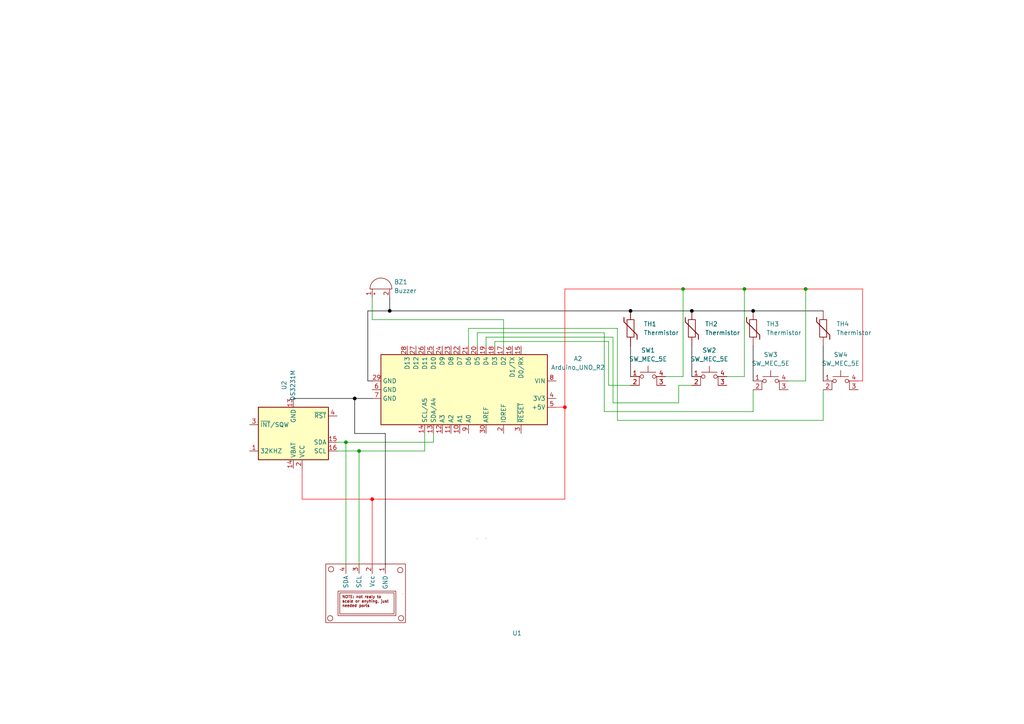
<source format=kicad_sch>
(kicad_sch (version 20230121) (generator eeschema)
  (paper "A4")
  (lib_symbols
    (symbol "Device:Buzzer" (pin_names (offset 0.0254) hide)
      (property "Reference" "BZ" (at 3.81 1.27 0))
      (property "Value" "Buzzer" (at 3.81 -1.27 0))
      (symbol "Buzzer_0_1"
        (arc (start 0 -3.175) (mid 3.1612 0) (end 0 3.175))
        (polyline (pts (xy -1.651 1.905) (xy -1.143 1.905)))
        (polyline (pts (xy -1.397 2.159) (xy -1.397 1.651)))
        (polyline (pts (xy 0 3.175) (xy 0 -3.175)))
      )
      (symbol "Buzzer_1_1"
        (pin passive line (at -2.54 2.54 0) (length 2.54) (name "-") (number "1"))
        (pin passive line (at -2.54 -2.54 0) (length 2.54) (name "+") (number "2"))
      )
    )
    (symbol "Device:Thermistor" (pin_numbers hide) (pin_names (offset 0))
      (property "Reference" "TH" (at 2.54 1.27 90))
      (property "Value" "Thermistor" (at -2.54 0 90))
      (symbol "Thermistor_0_1"
        (rectangle (start -1.016 2.54) (end 1.016 -2.54) (stroke (width 0.2032)))
        (polyline (pts (xy -1.905 3.175) (xy -1.905 1.905) (xy 1.905 -1.905) (xy 1.905 -3.175) (xy 1.905 -3.175)) (stroke (width 0.254)))
      )
      (symbol "Thermistor_1_1"
        (pin passive line (at 0 5.08 270) (length 2.54) (name "~") (number "1"))
        (pin passive line (at 0 -5.08 90) (length 2.54) (name "~") (number "2"))
      )
    )
    (symbol "MCU_Module:Arduino_UNO_R2"
      (property "Reference" "A" (at -10.16 23.495 0))
      (property "Value" "Arduino_UNO_R2" (at 5.08 -26.67 0))
      (symbol "Arduino_UNO_R2_0_1"
        (rectangle (start -10.16 22.86) (end 10.16 -25.4) (stroke (width 0.254)) (fill (type background)))
      )
      (symbol "Arduino_UNO_R2_1_1"
        (pin no_connect line (at -10.16 -20.32 0) (length 2.54) hide (name "NC") (number "1"))
        (pin bidirectional line (at 12.7 -2.54 180) (length 2.54) (name "A1") (number "10"))
        (pin bidirectional line (at 12.7 -5.08 180) (length 2.54) (name "A2") (number "11"))
        (pin bidirectional line (at 12.7 -7.62 180) (length 2.54) (name "A3") (number "12"))
        (pin bidirectional line (at 12.7 -10.16 180) (length 2.54) (name "SDA/A4") (number "13"))
        (pin bidirectional line (at 12.7 -12.7 180) (length 2.54) (name "SCL/A5") (number "14"))
        (pin bidirectional line (at -12.7 15.24 0) (length 2.54) (name "D0/RX") (number "15"))
        (pin bidirectional line (at -12.7 12.7 0) (length 2.54) (name "D1/TX") (number "16"))
        (pin bidirectional line (at -12.7 10.16 0) (length 2.54) (name "D2") (number "17"))
        (pin bidirectional line (at -12.7 7.62 0) (length 2.54) (name "D3") (number "18"))
        (pin bidirectional line (at -12.7 5.08 0) (length 2.54) (name "D4") (number "19"))
        (pin output line (at 12.7 10.16 180) (length 2.54) (name "IOREF") (number "2"))
        (pin bidirectional line (at -12.7 2.54 0) (length 2.54) (name "D5") (number "20"))
        (pin bidirectional line (at -12.7 0 0) (length 2.54) (name "D6") (number "21"))
        (pin bidirectional line (at -12.7 -2.54 0) (length 2.54) (name "D7") (number "22"))
        (pin bidirectional line (at -12.7 -5.08 0) (length 2.54) (name "D8") (number "23"))
        (pin bidirectional line (at -12.7 -7.62 0) (length 2.54) (name "D9") (number "24"))
        (pin bidirectional line (at -12.7 -10.16 0) (length 2.54) (name "D10") (number "25"))
        (pin bidirectional line (at -12.7 -12.7 0) (length 2.54) (name "D11") (number "26"))
        (pin bidirectional line (at -12.7 -15.24 0) (length 2.54) (name "D12") (number "27"))
        (pin bidirectional line (at -12.7 -17.78 0) (length 2.54) (name "D13") (number "28"))
        (pin power_in line (at -2.54 -27.94 90) (length 2.54) (name "GND") (number "29"))
        (pin input line (at 12.7 15.24 180) (length 2.54) (name "~{RESET}") (number "3"))
        (pin input line (at 12.7 5.08 180) (length 2.54) (name "AREF") (number "30"))
        (pin power_out line (at 2.54 25.4 270) (length 2.54) (name "3V3") (number "4"))
        (pin power_out line (at 5.08 25.4 270) (length 2.54) (name "+5V") (number "5"))
        (pin power_in line (at 0 -27.94 90) (length 2.54) (name "GND") (number "6"))
        (pin power_in line (at 2.54 -27.94 90) (length 2.54) (name "GND") (number "7"))
        (pin power_in line (at -2.54 25.4 270) (length 2.54) (name "VIN") (number "8"))
        (pin bidirectional line (at 12.7 0 180) (length 2.54) (name "A0") (number "9"))
      )
    )
    (symbol "OLED-128x64:OLED128X64"
      (property "Reference" "U" (at -2.54 1.27 90))
      (symbol "OLED128X64_0_0"
        (text_box "NOTE: not realy to scale or anyhing, just needed ports" (at -6.858 -5.588 0) (size 15.748 -6.096) (effects (font (size 0.8 0.8)) (justify left top)))
      )
      (symbol "OLED128X64_0_1"
        (rectangle (start -10.922 2.794) (end 12.192 -14.224))
        (circle (center -9.652 -12.954) (radius 0.762))
        (circle (center -9.398 1.27) (radius 0.762))
        (rectangle (start -7.366 -5.08) (end 9.398 -12.192))
        (circle (center 10.668 1.016) (radius 0.762))
        (circle (center 10.922 -12.954) (radius 0.762))
        (rectangle (start 11.43 -5.842) (end 11.43 -5.842))
      )
      (symbol "OLED128X64_1_1"
        (rectangle (start 33.02 10.16) (end 33.02 10.16))
        (rectangle (start 35.56 10.16) (end 35.56 10.16))
        (pin power_in line (at 6.35 2.54 270) (length 2.54) (name "GND") (number "1"))
        (pin power_in line (at 2.54 2.54 270) (length 2.54) (name "Vcc") (number "2"))
        (pin output line (at -1.27 2.54 270) (length 2.54) (name "SCL") (number "3"))
        (pin output line (at -5.08 2.54 270) (length 2.54) (name "SDA") (number "4"))
      )
    )
    (symbol "Switch:SW_MEC_5E" (pin_names (offset 1.016) hide)
      (property "Reference" "SW" (at 0.635 5.715 0))
      (property "Value" "SW_MEC_5E" (at 0 -3.175 0))
      (symbol "SW_MEC_5E_0_1"
        (circle (center -1.778 2.54) (radius 0.508))
        (polyline (pts (xy -2.286 3.81) (xy 2.286 3.81)))
        (polyline (pts (xy 0 3.81) (xy 0 5.588)))
        (polyline (pts (xy -2.54 0) (xy -2.54 2.54) (xy -2.286 2.54)))
        (polyline (pts (xy 2.54 0) (xy 2.54 2.54) (xy 2.286 2.54)))
        (circle (center 1.778 2.54) (radius 0.508))
        (pin passive line (at -5.08 2.54 0) (length 2.54) (name "1") (number "1"))
        (pin passive line (at -5.08 0 0) (length 2.54) (name "2") (number "2"))
        (pin passive line (at 5.08 0 180) (length 2.54) (name "K") (number "3"))
        (pin passive line (at 5.08 2.54 180) (length 2.54) (name "A") (number "4"))
      )
    )
    (symbol "Timer_RTC:DS3231M"
      (property "Reference" "U" (at -7.62 8.89 0))
      (property "Value" "DS3231M" (at 10.16 8.89 0))
      (symbol "DS3231M_0_1"
        (rectangle (start -10.16 7.62) (end 10.16 -7.62) (stroke (width 0.254)) (fill (type background)))
      )
      (symbol "DS3231M_1_1"
        (pin open_collector line (at 12.7 5.08 180) (length 2.54) (name "32KHZ") (number "1"))
        (pin passive line (at 0 -10.16 90) (length 2.54) hide (name "GND") (number "10"))
        (pin passive line (at 0 -10.16 90) (length 2.54) hide (name "GND") (number "11"))
        (pin passive line (at 0 -10.16 90) (length 2.54) hide (name "GND") (number "12"))
        (pin power_in line (at 0 -10.16 90) (length 2.54) (name "GND") (number "13"))
        (pin power_in line (at 0 10.16 270) (length 2.54) (name "VBAT") (number "14"))
        (pin bidirectional line (at -12.7 2.54 0) (length 2.54) (name "SDA") (number "15"))
        (pin input line (at -12.7 5.08 0) (length 2.54) (name "SCL") (number "16"))
        (pin power_in line (at -2.54 10.16 270) (length 2.54) (name "VCC") (number "2"))
        (pin open_collector line (at 12.7 -2.54 180) (length 2.54) (name "~{INT}/SQW") (number "3"))
        (pin bidirectional line (at -12.7 -5.08 0) (length 2.54) (name "~{RST}") (number "4"))
        (pin passive line (at 0 -10.16 90) (length 2.54) hide (name "GND") (number "5"))
        (pin passive line (at 0 -10.16 90) (length 2.54) hide (name "GND") (number "6"))
        (pin passive line (at 0 -10.16 90) (length 2.54) hide (name "GND") (number "7"))
        (pin passive line (at 0 -10.16 90) (length 2.54) hide (name "GND") (number "8"))
        (pin passive line (at 0 -10.16 90) (length 2.54) hide (name "GND") (number "9"))
      )
    )
  )
  (junction (at 198.12 83.82))
  (junction (at 182.88 90.17) (color 0 0 0 1))
  (junction (at 163.83 118.11) (color 255 0 9 1))
  (junction (at 102.87 115.57) (color 0 0 0 1))
  (junction (at 107.95 144.78) (color 255 0 7 1))
  (junction (at 218.44 90.17) (color 0 0 0 1))
  (junction (at 113.03 90.17) (color 0 0 0 1))
  (junction (at 215.9 83.82))
  (junction (at 200.66 90.17) (color 0 0 0 1))
  (junction (at 104.14 130.81))
  (junction (at 100.33 128.27))
  (junction (at 233.68 83.82))
  (wire (pts (xy 215.9 83.82) (xy 233.68 83.82)) (stroke (width 0) (color 255 0 9 1)))
  (wire (pts (xy 218.44 110.49) (xy 218.44 100.33)) (stroke (width 0) (color 0 0 0 1)))
  (wire (pts (xy 250.19 110.49) (xy 248.92 110.49)) (stroke (width 0) (color 255 0 9 1)))
  (wire (pts (xy 182.88 90.17) (xy 200.66 90.17)) (stroke (width 0) (color 0 0 0 1)))
  (wire (pts (xy 163.83 83.82) (xy 198.12 83.82)) (stroke (width 0) (color 255 0 9 1)))
  (wire (pts (xy 102.87 115.57) (xy 107.95 115.57)) (stroke (width 0) (color 0 0 0 1)))
  (wire (pts (xy 163.83 118.11) (xy 163.83 144.78)) (stroke (width 0) (color 255 0 4 1)))
  (wire (pts (xy 104.14 130.81) (xy 123.19 130.81)))
  (wire (pts (xy 161.29 118.11) (xy 163.83 118.11)) (stroke (width 0) (color 255 0 4 1)))
  (wire (pts (xy 113.03 90.17) (xy 106.68 90.17)) (stroke (width 0) (color 0 0 0 1)))
  (wire (pts (xy 176.53 99.06) (xy 143.51 99.06)))
  (wire (pts (xy 200.66 90.17) (xy 218.44 90.17)) (stroke (width 0) (color 0 0 0 1)))
  (wire (pts (xy 198.12 83.82) (xy 215.9 83.82)) (stroke (width 0) (color 255 0 9 1)))
  (wire (pts (xy 177.8 116.84) (xy 177.8 97.79)))
  (wire (pts (xy 210.82 109.22) (xy 215.9 109.22)))
  (wire (pts (xy 87.63 135.89) (xy 87.63 144.78)) (stroke (width 0) (color 255 0 4 1)))
  (wire (pts (xy 215.9 109.22) (xy 215.9 83.82)))
  (wire (pts (xy 106.68 110.49) (xy 107.95 110.49)) (stroke (width 0) (color 0 0 0 1)))
  (wire (pts (xy 193.04 109.22) (xy 198.12 109.22)))
  (wire (pts (xy 163.83 118.11) (xy 163.83 83.82)) (stroke (width 0) (color 255 0 9 1)))
  (wire (pts (xy 107.95 86.36) (xy 107.95 92.71)))
  (wire (pts (xy 238.76 113.03) (xy 238.76 121.92)))
  (wire (pts (xy 218.44 90.17) (xy 238.76 90.17)) (stroke (width 0) (color 0 0 0 1)))
  (wire (pts (xy 177.8 97.79) (xy 140.97 97.79)))
  (wire (pts (xy 123.19 125.73) (xy 123.19 130.81)))
  (wire (pts (xy 175.26 96.52) (xy 175.26 119.38)))
  (wire (pts (xy 135.89 95.25) (xy 135.89 100.33)))
  (wire (pts (xy 179.07 95.25) (xy 135.89 95.25)))
  (wire (pts (xy 125.73 128.27) (xy 125.73 125.73)))
  (wire (pts (xy 233.68 110.49) (xy 233.68 83.82)))
  (wire (pts (xy 182.88 90.17) (xy 113.03 90.17)) (stroke (width 0) (color 0 0 0 1)))
  (wire (pts (xy 102.87 125.73) (xy 102.87 115.57)) (stroke (width 0) (color 0 0 0 1)))
  (wire (pts (xy 106.68 90.17) (xy 106.68 110.49)) (stroke (width 0) (color 0 0 0 1)))
  (wire (pts (xy 107.95 144.78) (xy 107.95 163.83)) (stroke (width 0) (color 255 0 7 1)))
  (wire (pts (xy 218.44 119.38) (xy 218.44 113.03)))
  (wire (pts (xy 238.76 121.92) (xy 179.07 121.92)))
  (wire (pts (xy 97.79 130.81) (xy 104.14 130.81)))
  (wire (pts (xy 196.85 116.84) (xy 177.8 116.84)))
  (wire (pts (xy 238.76 100.33) (xy 238.76 110.49)) (stroke (width 0) (color 0 0 0 1)))
  (wire (pts (xy 198.12 109.22) (xy 198.12 83.82)))
  (wire (pts (xy 111.76 163.83) (xy 111.76 125.73)) (stroke (width 0) (color 0 0 0 1)))
  (wire (pts (xy 146.05 92.71) (xy 146.05 100.33)))
  (wire (pts (xy 233.68 83.82) (xy 250.19 83.82)) (stroke (width 0) (color 255 0 9 1)))
  (wire (pts (xy 87.63 144.78) (xy 107.95 144.78)) (stroke (width 0) (color 255 0 4 1)))
  (wire (pts (xy 107.95 92.71) (xy 146.05 92.71)))
  (wire (pts (xy 100.33 128.27) (xy 100.33 163.83)))
  (wire (pts (xy 200.66 100.33) (xy 200.66 109.22)) (stroke (width 0) (color 0 0 0 1)))
  (wire (pts (xy 143.51 99.06) (xy 143.51 100.33)))
  (wire (pts (xy 250.19 83.82) (xy 250.19 110.49)) (stroke (width 0) (color 255 0 9 1)))
  (wire (pts (xy 97.79 128.27) (xy 100.33 128.27)))
  (wire (pts (xy 182.88 111.76) (xy 176.53 111.76)))
  (wire (pts (xy 104.14 130.81) (xy 104.14 163.83)))
  (wire (pts (xy 228.6 110.49) (xy 233.68 110.49)))
  (wire (pts (xy 179.07 121.92) (xy 179.07 95.25)))
  (wire (pts (xy 138.43 100.33) (xy 138.43 96.52)))
  (wire (pts (xy 138.43 96.52) (xy 175.26 96.52)))
  (wire (pts (xy 113.03 86.36) (xy 113.03 90.17)) (stroke (width 0) (color 0 0 0 1)))
  (wire (pts (xy 196.85 111.76) (xy 196.85 116.84)))
  (wire (pts (xy 140.97 97.79) (xy 140.97 100.33)))
  (wire (pts (xy 107.95 144.78) (xy 163.83 144.78)) (stroke (width 0) (color 255 0 4 1)))
  (wire (pts (xy 182.88 100.33) (xy 182.88 109.22)) (stroke (width 0) (color 0 0 0 1)))
  (wire (pts (xy 200.66 111.76) (xy 196.85 111.76)))
  (wire (pts (xy 111.76 125.73) (xy 102.87 125.73)) (stroke (width 0) (color 0 0 0 1)))
  (wire (pts (xy 85.09 115.57) (xy 102.87 115.57)) (stroke (width 0) (color 0 0 0 1)))
  (wire (pts (xy 175.26 119.38) (xy 218.44 119.38)))
  (wire (pts (xy 100.33 128.27) (xy 125.73 128.27)))
  (wire (pts (xy 176.53 111.76) (xy 176.53 99.06)))
  (symbol (lib_id "OLED-128x64:OLED128X64") (at 105.41 166.37 0) (unit 1)
    (property "Reference" "U1" (at 148.59 183.642 0) (effects (justify left)))
    (property "Value" "~" (at 102.87 165.1 90))
  )
  (symbol (lib_id "Device:Thermistor") (at 200.66 95.25 0) (unit 1)
    (property "Reference" "TH2" (at 204.47 93.98 0) (effects (justify left)))
    (property "Value" "Thermistor" (at 204.47 96.52 0) (effects (justify left)))
  )
  (symbol (lib_id "Switch:SW_MEC_5E") (at 187.96 111.76 0) (unit 1)
    (property "Reference" "SW1" (at 187.96 101.6 0))
    (property "Value" "SW_MEC_5E" (at 187.96 104.14 0))
    (property "Datasheet" "http://www.apem.com/int/index.php?controller=attachment&id_attachment=1371" (effects hide))
  )
  (symbol (lib_id "MCU_Module:Arduino_UNO_R2") (at 135.89 113.03 270) (unit 1)
    (property "Reference" "A2" (at 167.64 104.0383 90))
    (property "Value" "Arduino_UNO_R2" (at 167.64 106.5783 90))
    (property "Footprint" "Module:Arduino_UNO_R2" (effects hide))
    (property "Datasheet" "https://www.arduino.cc/en/Main/arduinoBoardUno" (effects hide))
  )
  (symbol (lib_id "Switch:SW_MEC_5E") (at 243.84 113.03 0) (unit 1)
    (property "Reference" "SW4" (at 243.84 102.87 0))
    (property "Value" "SW_MEC_5E" (at 243.84 105.41 0))
    (property "Datasheet" "http://www.apem.com/int/index.php?controller=attachment&id_attachment=1371" (effects hide))
  )
  (symbol (lib_id "Device:Thermistor") (at 238.76 95.25 0) (unit 1)
    (property "Reference" "TH4" (at 242.57 93.98 0) (effects (justify left)))
    (property "Value" "Thermistor" (at 242.57 96.52 0) (effects (justify left)))
  )
  (symbol (lib_id "Timer_RTC:DS3231M") (at 85.09 125.73 180) (unit 1)
    (property "Reference" "U2" (at 82.3977 111.76 90))
    (property "Value" "DS3231M" (at 84.9377 111.76 90))
    (property "Footprint" "Package_SO:SOIC-16W_7.5x10.3mm_P1.27mm" (effects hide))
    (property "Datasheet" "http://datasheets.maximintegrated.com/en/ds/DS3231.pdf" (effects hide))
  )
  (symbol (lib_id "Device:Thermistor") (at 218.44 95.25 0) (unit 1)
    (property "Reference" "TH3" (at 222.25 93.98 0) (effects (justify left)))
    (property "Value" "Thermistor" (at 222.25 96.52 0) (effects (justify left)))
  )
  (symbol (lib_id "Switch:SW_MEC_5E") (at 223.52 113.03 0) (unit 1)
    (property "Reference" "SW3" (at 223.52 102.87 0))
    (property "Value" "SW_MEC_5E" (at 223.52 105.41 0))
    (property "Datasheet" "http://www.apem.com/int/index.php?controller=attachment&id_attachment=1371" (effects hide))
  )
  (symbol (lib_id "Device:Thermistor") (at 182.88 95.25 0) (unit 1)
    (property "Reference" "TH1" (at 186.69 93.98 0) (effects (justify left)))
    (property "Value" "Thermistor" (at 186.69 96.52 0) (effects (justify left)))
  )
  (symbol (lib_id "Device:Buzzer") (at 110.49 83.82 90) (unit 1)
    (property "Reference" "BZ1" (at 114.3 81.7949 90) (effects (justify right)))
    (property "Value" "Buzzer" (at 114.3 84.3349 90) (effects (justify right)))
  )
  (symbol (lib_id "Switch:SW_MEC_5E") (at 205.74 111.76 0) (unit 1)
    (property "Reference" "SW2" (at 205.74 101.6 0))
    (property "Value" "SW_MEC_5E" (at 205.74 104.14 0))
    (property "Datasheet" "http://www.apem.com/int/index.php?controller=attachment&id_attachment=1371" (effects hide))
  )
)
</source>
